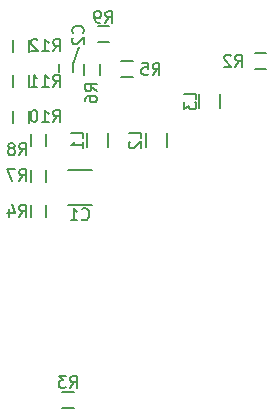
<source format=gbo>
G04 #@! TF.FileFunction,Legend,Bot*
%FSLAX46Y46*%
G04 Gerber Fmt 4.6, Leading zero omitted, Abs format (unit mm)*
G04 Created by KiCad (PCBNEW 4.0.1-stable) date 2016/08/25 3:11:25*
%MOMM*%
G01*
G04 APERTURE LIST*
%ADD10C,0.100000*%
%ADD11C,0.150000*%
G04 APERTURE END LIST*
D10*
D11*
X-4100000Y23900000D02*
X-4600000Y22500000D01*
X-8325000Y17500000D02*
X-8325000Y18500000D01*
X-9675000Y18500000D02*
X-9675000Y17500000D01*
X-5000000Y13475000D02*
X-3000000Y13475000D01*
X-3000000Y10525000D02*
X-5000000Y10525000D01*
X-3375000Y16600000D02*
X-3375000Y15400000D01*
X-1625000Y15400000D02*
X-1625000Y16600000D01*
X1625000Y16600000D02*
X1625000Y15400000D01*
X3375000Y15400000D02*
X3375000Y16600000D01*
X6125000Y19900000D02*
X6125000Y18700000D01*
X7875000Y18700000D02*
X7875000Y19900000D01*
X10800000Y22025000D02*
X11800000Y22025000D01*
X11800000Y23375000D02*
X10800000Y23375000D01*
X-4500000Y-5325000D02*
X-5500000Y-5325000D01*
X-5500000Y-6675000D02*
X-4500000Y-6675000D01*
X-8175000Y10500000D02*
X-8175000Y9500000D01*
X-6825000Y9500000D02*
X-6825000Y10500000D01*
X-500000Y21325000D02*
X500000Y21325000D01*
X500000Y22675000D02*
X-500000Y22675000D01*
X-2325000Y21500000D02*
X-2325000Y22500000D01*
X-3675000Y22500000D02*
X-3675000Y21500000D01*
X-6825000Y12500000D02*
X-6825000Y13500000D01*
X-8175000Y13500000D02*
X-8175000Y12500000D01*
X-6825000Y15500000D02*
X-6825000Y16500000D01*
X-8175000Y16500000D02*
X-8175000Y15500000D01*
X-1500000Y25675000D02*
X-2500000Y25675000D01*
X-2500000Y24325000D02*
X-1500000Y24325000D01*
X-4600000Y21750000D02*
X-4600000Y22450000D01*
X-5800000Y22450000D02*
X-5800000Y21750000D01*
X-8325000Y20500000D02*
X-8325000Y21500000D01*
X-9675000Y21500000D02*
X-9675000Y20500000D01*
X-8325000Y23500000D02*
X-8325000Y24500000D01*
X-9675000Y24500000D02*
X-9675000Y23500000D01*
X-6257143Y17547619D02*
X-5923809Y18023810D01*
X-5685714Y17547619D02*
X-5685714Y18547619D01*
X-6066667Y18547619D01*
X-6161905Y18500000D01*
X-6209524Y18452381D01*
X-6257143Y18357143D01*
X-6257143Y18214286D01*
X-6209524Y18119048D01*
X-6161905Y18071429D01*
X-6066667Y18023810D01*
X-5685714Y18023810D01*
X-7209524Y17547619D02*
X-6638095Y17547619D01*
X-6923809Y17547619D02*
X-6923809Y18547619D01*
X-6828571Y18404762D01*
X-6733333Y18309524D01*
X-6638095Y18261905D01*
X-7828571Y18547619D02*
X-7923810Y18547619D01*
X-8019048Y18500000D01*
X-8066667Y18452381D01*
X-8114286Y18357143D01*
X-8161905Y18166667D01*
X-8161905Y17928571D01*
X-8114286Y17738095D01*
X-8066667Y17642857D01*
X-8019048Y17595238D01*
X-7923810Y17547619D01*
X-7828571Y17547619D01*
X-7733333Y17595238D01*
X-7685714Y17642857D01*
X-7638095Y17738095D01*
X-7590476Y17928571D01*
X-7590476Y18166667D01*
X-7638095Y18357143D01*
X-7685714Y18452381D01*
X-7733333Y18500000D01*
X-7828571Y18547619D01*
X-3833334Y9342857D02*
X-3785715Y9295238D01*
X-3642858Y9247619D01*
X-3547620Y9247619D01*
X-3404762Y9295238D01*
X-3309524Y9390476D01*
X-3261905Y9485714D01*
X-3214286Y9676190D01*
X-3214286Y9819048D01*
X-3261905Y10009524D01*
X-3309524Y10104762D01*
X-3404762Y10200000D01*
X-3547620Y10247619D01*
X-3642858Y10247619D01*
X-3785715Y10200000D01*
X-3833334Y10152381D01*
X-4785715Y9247619D02*
X-4214286Y9247619D01*
X-4500000Y9247619D02*
X-4500000Y10247619D01*
X-4404762Y10104762D01*
X-4309524Y10009524D01*
X-4214286Y9961905D01*
X-3747619Y16166666D02*
X-3747619Y16642857D01*
X-4747619Y16642857D01*
X-3747619Y15309523D02*
X-3747619Y15880952D01*
X-3747619Y15595238D02*
X-4747619Y15595238D01*
X-4604762Y15690476D01*
X-4509524Y15785714D01*
X-4461905Y15880952D01*
X1152381Y16166666D02*
X1152381Y16642857D01*
X152381Y16642857D01*
X247619Y15880952D02*
X200000Y15833333D01*
X152381Y15738095D01*
X152381Y15499999D01*
X200000Y15404761D01*
X247619Y15357142D01*
X342857Y15309523D01*
X438095Y15309523D01*
X580952Y15357142D01*
X1152381Y15928571D01*
X1152381Y15309523D01*
X5852381Y19466666D02*
X5852381Y19942857D01*
X4852381Y19942857D01*
X4852381Y19228571D02*
X4852381Y18609523D01*
X5233333Y18942857D01*
X5233333Y18799999D01*
X5280952Y18704761D01*
X5328571Y18657142D01*
X5423810Y18609523D01*
X5661905Y18609523D01*
X5757143Y18657142D01*
X5804762Y18704761D01*
X5852381Y18799999D01*
X5852381Y19085714D01*
X5804762Y19180952D01*
X5757143Y19228571D01*
X9166666Y22247619D02*
X9500000Y22723810D01*
X9738095Y22247619D02*
X9738095Y23247619D01*
X9357142Y23247619D01*
X9261904Y23200000D01*
X9214285Y23152381D01*
X9166666Y23057143D01*
X9166666Y22914286D01*
X9214285Y22819048D01*
X9261904Y22771429D01*
X9357142Y22723810D01*
X9738095Y22723810D01*
X8785714Y23152381D02*
X8738095Y23200000D01*
X8642857Y23247619D01*
X8404761Y23247619D01*
X8309523Y23200000D01*
X8261904Y23152381D01*
X8214285Y23057143D01*
X8214285Y22961905D01*
X8261904Y22819048D01*
X8833333Y22247619D01*
X8214285Y22247619D01*
X-4833334Y-4952381D02*
X-4500000Y-4476190D01*
X-4261905Y-4952381D02*
X-4261905Y-3952381D01*
X-4642858Y-3952381D01*
X-4738096Y-4000000D01*
X-4785715Y-4047619D01*
X-4833334Y-4142857D01*
X-4833334Y-4285714D01*
X-4785715Y-4380952D01*
X-4738096Y-4428571D01*
X-4642858Y-4476190D01*
X-4261905Y-4476190D01*
X-5166667Y-3952381D02*
X-5785715Y-3952381D01*
X-5452381Y-4333333D01*
X-5595239Y-4333333D01*
X-5690477Y-4380952D01*
X-5738096Y-4428571D01*
X-5785715Y-4523810D01*
X-5785715Y-4761905D01*
X-5738096Y-4857143D01*
X-5690477Y-4904762D01*
X-5595239Y-4952381D01*
X-5309524Y-4952381D01*
X-5214286Y-4904762D01*
X-5166667Y-4857143D01*
X-9133334Y9547619D02*
X-8800000Y10023810D01*
X-8561905Y9547619D02*
X-8561905Y10547619D01*
X-8942858Y10547619D01*
X-9038096Y10500000D01*
X-9085715Y10452381D01*
X-9133334Y10357143D01*
X-9133334Y10214286D01*
X-9085715Y10119048D01*
X-9038096Y10071429D01*
X-8942858Y10023810D01*
X-8561905Y10023810D01*
X-9990477Y10214286D02*
X-9990477Y9547619D01*
X-9752381Y10595238D02*
X-9514286Y9880952D01*
X-10133334Y9880952D01*
X2166666Y21547619D02*
X2500000Y22023810D01*
X2738095Y21547619D02*
X2738095Y22547619D01*
X2357142Y22547619D01*
X2261904Y22500000D01*
X2214285Y22452381D01*
X2166666Y22357143D01*
X2166666Y22214286D01*
X2214285Y22119048D01*
X2261904Y22071429D01*
X2357142Y22023810D01*
X2738095Y22023810D01*
X1261904Y22547619D02*
X1738095Y22547619D01*
X1785714Y22071429D01*
X1738095Y22119048D01*
X1642857Y22166667D01*
X1404761Y22166667D01*
X1309523Y22119048D01*
X1261904Y22071429D01*
X1214285Y21976190D01*
X1214285Y21738095D01*
X1261904Y21642857D01*
X1309523Y21595238D01*
X1404761Y21547619D01*
X1642857Y21547619D01*
X1738095Y21595238D01*
X1785714Y21642857D01*
X-2547619Y20166666D02*
X-3023810Y20500000D01*
X-2547619Y20738095D02*
X-3547619Y20738095D01*
X-3547619Y20357142D01*
X-3500000Y20261904D01*
X-3452381Y20214285D01*
X-3357143Y20166666D01*
X-3214286Y20166666D01*
X-3119048Y20214285D01*
X-3071429Y20261904D01*
X-3023810Y20357142D01*
X-3023810Y20738095D01*
X-3547619Y19309523D02*
X-3547619Y19500000D01*
X-3500000Y19595238D01*
X-3452381Y19642857D01*
X-3309524Y19738095D01*
X-3119048Y19785714D01*
X-2738095Y19785714D01*
X-2642857Y19738095D01*
X-2595238Y19690476D01*
X-2547619Y19595238D01*
X-2547619Y19404761D01*
X-2595238Y19309523D01*
X-2642857Y19261904D01*
X-2738095Y19214285D01*
X-2976190Y19214285D01*
X-3071429Y19261904D01*
X-3119048Y19309523D01*
X-3166667Y19404761D01*
X-3166667Y19595238D01*
X-3119048Y19690476D01*
X-3071429Y19738095D01*
X-2976190Y19785714D01*
X-9133334Y12547619D02*
X-8800000Y13023810D01*
X-8561905Y12547619D02*
X-8561905Y13547619D01*
X-8942858Y13547619D01*
X-9038096Y13500000D01*
X-9085715Y13452381D01*
X-9133334Y13357143D01*
X-9133334Y13214286D01*
X-9085715Y13119048D01*
X-9038096Y13071429D01*
X-8942858Y13023810D01*
X-8561905Y13023810D01*
X-9466667Y13547619D02*
X-10133334Y13547619D01*
X-9704762Y12547619D01*
X-9133334Y14747619D02*
X-8800000Y15223810D01*
X-8561905Y14747619D02*
X-8561905Y15747619D01*
X-8942858Y15747619D01*
X-9038096Y15700000D01*
X-9085715Y15652381D01*
X-9133334Y15557143D01*
X-9133334Y15414286D01*
X-9085715Y15319048D01*
X-9038096Y15271429D01*
X-8942858Y15223810D01*
X-8561905Y15223810D01*
X-9704762Y15319048D02*
X-9609524Y15366667D01*
X-9561905Y15414286D01*
X-9514286Y15509524D01*
X-9514286Y15557143D01*
X-9561905Y15652381D01*
X-9609524Y15700000D01*
X-9704762Y15747619D01*
X-9895239Y15747619D01*
X-9990477Y15700000D01*
X-10038096Y15652381D01*
X-10085715Y15557143D01*
X-10085715Y15509524D01*
X-10038096Y15414286D01*
X-9990477Y15366667D01*
X-9895239Y15319048D01*
X-9704762Y15319048D01*
X-9609524Y15271429D01*
X-9561905Y15223810D01*
X-9514286Y15128571D01*
X-9514286Y14938095D01*
X-9561905Y14842857D01*
X-9609524Y14795238D01*
X-9704762Y14747619D01*
X-9895239Y14747619D01*
X-9990477Y14795238D01*
X-10038096Y14842857D01*
X-10085715Y14938095D01*
X-10085715Y15128571D01*
X-10038096Y15223810D01*
X-9990477Y15271429D01*
X-9895239Y15319048D01*
X-1833334Y25947619D02*
X-1500000Y26423810D01*
X-1261905Y25947619D02*
X-1261905Y26947619D01*
X-1642858Y26947619D01*
X-1738096Y26900000D01*
X-1785715Y26852381D01*
X-1833334Y26757143D01*
X-1833334Y26614286D01*
X-1785715Y26519048D01*
X-1738096Y26471429D01*
X-1642858Y26423810D01*
X-1261905Y26423810D01*
X-2309524Y25947619D02*
X-2500000Y25947619D01*
X-2595239Y25995238D01*
X-2642858Y26042857D01*
X-2738096Y26185714D01*
X-2785715Y26376190D01*
X-2785715Y26757143D01*
X-2738096Y26852381D01*
X-2690477Y26900000D01*
X-2595239Y26947619D01*
X-2404762Y26947619D01*
X-2309524Y26900000D01*
X-2261905Y26852381D01*
X-2214286Y26757143D01*
X-2214286Y26519048D01*
X-2261905Y26423810D01*
X-2309524Y26376190D01*
X-2404762Y26328571D01*
X-2595239Y26328571D01*
X-2690477Y26376190D01*
X-2738096Y26423810D01*
X-2785715Y26519048D01*
X-3742857Y25066666D02*
X-3695238Y25114285D01*
X-3647619Y25257142D01*
X-3647619Y25352380D01*
X-3695238Y25495238D01*
X-3790476Y25590476D01*
X-3885714Y25638095D01*
X-4076190Y25685714D01*
X-4219048Y25685714D01*
X-4409524Y25638095D01*
X-4504762Y25590476D01*
X-4600000Y25495238D01*
X-4647619Y25352380D01*
X-4647619Y25257142D01*
X-4600000Y25114285D01*
X-4552381Y25066666D01*
X-4552381Y24685714D02*
X-4600000Y24638095D01*
X-4647619Y24542857D01*
X-4647619Y24304761D01*
X-4600000Y24209523D01*
X-4552381Y24161904D01*
X-4457143Y24114285D01*
X-4361905Y24114285D01*
X-4219048Y24161904D01*
X-3647619Y24733333D01*
X-3647619Y24114285D01*
X-6257143Y20547619D02*
X-5923809Y21023810D01*
X-5685714Y20547619D02*
X-5685714Y21547619D01*
X-6066667Y21547619D01*
X-6161905Y21500000D01*
X-6209524Y21452381D01*
X-6257143Y21357143D01*
X-6257143Y21214286D01*
X-6209524Y21119048D01*
X-6161905Y21071429D01*
X-6066667Y21023810D01*
X-5685714Y21023810D01*
X-7209524Y20547619D02*
X-6638095Y20547619D01*
X-6923809Y20547619D02*
X-6923809Y21547619D01*
X-6828571Y21404762D01*
X-6733333Y21309524D01*
X-6638095Y21261905D01*
X-8161905Y20547619D02*
X-7590476Y20547619D01*
X-7876190Y20547619D02*
X-7876190Y21547619D01*
X-7780952Y21404762D01*
X-7685714Y21309524D01*
X-7590476Y21261905D01*
X-6257143Y23547619D02*
X-5923809Y24023810D01*
X-5685714Y23547619D02*
X-5685714Y24547619D01*
X-6066667Y24547619D01*
X-6161905Y24500000D01*
X-6209524Y24452381D01*
X-6257143Y24357143D01*
X-6257143Y24214286D01*
X-6209524Y24119048D01*
X-6161905Y24071429D01*
X-6066667Y24023810D01*
X-5685714Y24023810D01*
X-7209524Y23547619D02*
X-6638095Y23547619D01*
X-6923809Y23547619D02*
X-6923809Y24547619D01*
X-6828571Y24404762D01*
X-6733333Y24309524D01*
X-6638095Y24261905D01*
X-7590476Y24452381D02*
X-7638095Y24500000D01*
X-7733333Y24547619D01*
X-7971429Y24547619D01*
X-8066667Y24500000D01*
X-8114286Y24452381D01*
X-8161905Y24357143D01*
X-8161905Y24261905D01*
X-8114286Y24119048D01*
X-7542857Y23547619D01*
X-8161905Y23547619D01*
M02*

</source>
